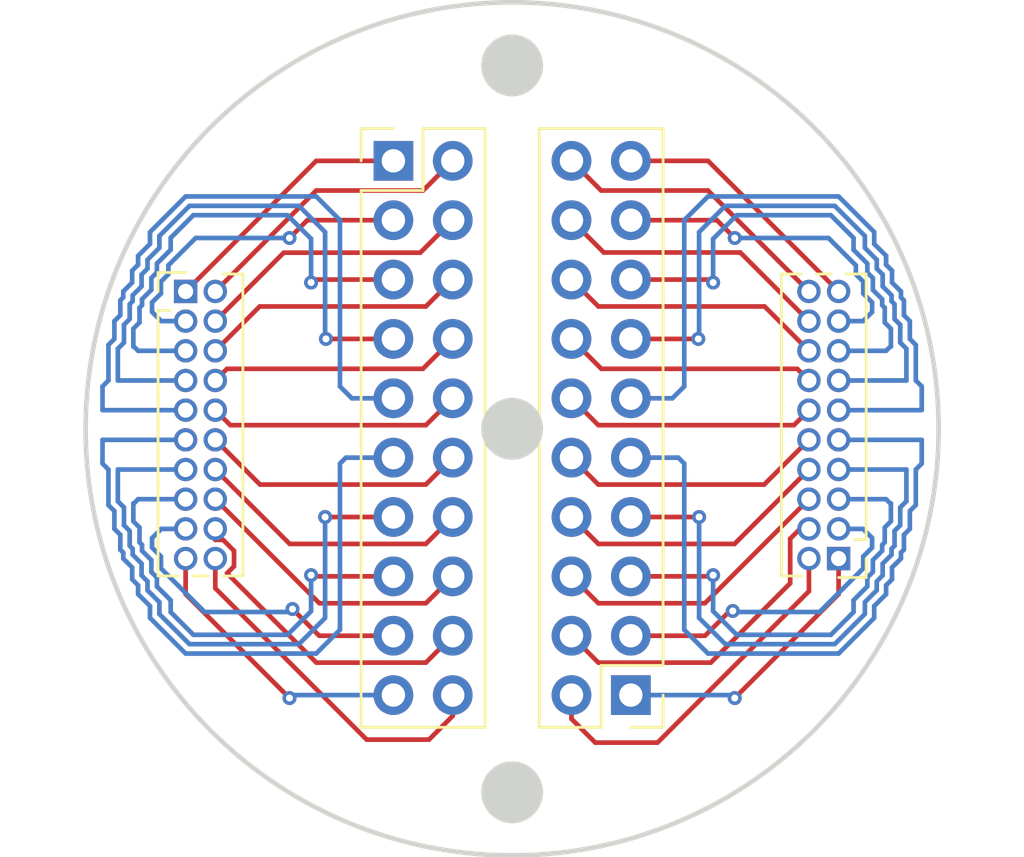
<source format=kicad_pcb>
(kicad_pcb (version 20241229) (generator "pcbnew") (generator_version "9.0")
  (layers (0 "F.Cu" signal) (2 "B.Cu" signal) (13 "F.Paste" user) (15 "B.Paste" user) (5 "F.SilkS" user "F.Silkscreen") (7 "B.SilkS" user "B.Silkscreen") (1 "F.Mask" user) (3 "B.Mask" user) (25 "Edge.Cuts" user))
  (net 0 "")
  (net 1 "Net-(J1-Pin_15)")
  (net 2 "Net-(J1-Pin_13)")
  (net 3 "Net-(J1-Pin_7)")
  (net 4 "Net-(J1-Pin_16)")
  (net 5 "Net-(J1-Pin_18)")
  (net 6 "Net-(J1-Pin_12)")
  (net 7 "Net-(J1-Pin_17)")
  (net 8 "Net-(J1-Pin_8)")
  (net 9 "Net-(J1-Pin_14)")
  (net 10 "Net-(J1-Pin_4)")
  (net 11 "Net-(J1-Pin_10)")
  (net 12 "Net-(J1-Pin_3)")
  (net 13 "Net-(J1-Pin_5)")
  (net 14 "Net-(J1-Pin_2)")
  (net 15 "Net-(J1-Pin_11)")
  (net 16 "Net-(J1-Pin_6)")
  (net 17 "Net-(J1-Pin_20)")
  (net 18 "Net-(J1-Pin_9)")
  (net 19 "Net-(J1-Pin_19)")
  (net 20 "Net-(J1-Pin_1)")
  (net 21 "Net-(J2-Pin_13)")
  (net 22 "Net-(J2-Pin_4)")
  (net 23 "Net-(J2-Pin_11)")
  (net 24 "Net-(J2-Pin_5)")
  (net 25 "Net-(J2-Pin_14)")
  (net 26 "Net-(J2-Pin_8)")
  (net 27 "Net-(J2-Pin_16)")
  (net 28 "Net-(J2-Pin_17)")
  (net 29 "Net-(J2-Pin_12)")
  (net 30 "Net-(J2-Pin_10)")
  (net 31 "Net-(J2-Pin_18)")
  (net 32 "Net-(J2-Pin_6)")
  (net 33 "Net-(J2-Pin_19)")
  (net 34 "Net-(J2-Pin_3)")
  (net 35 "Net-(J2-Pin_9)")
  (net 36 "Net-(J2-Pin_20)")
  (net 37 "Net-(J2-Pin_1)")
  (net 38 "Net-(J2-Pin_2)")
  (net 39 "Net-(J2-Pin_7)")
  (net 40 "Net-(J2-Pin_15)")
  (footprint "Connector_PinHeader_2.54mm:PinHeader_2x10_P2.54mm_Vertical" (layer "F.Cu") (at 118.11 93.472 180)
    (property "Reference" "J4" (hide yes))
    (property "Value" "Conn_02x10_Odd_Even")
    (fp_line (start 3.92 -1.38) (end 3.92 24.24) (stroke (width 0.12)) (layer "F.SilkS"))
    (fp_line (start 1.27 1.27) (end 1.27 -1.38) (stroke (width 0.12)) (layer "F.SilkS"))
    (fp_line (start 1.27 -1.38) (end 3.92 -1.38) (stroke (width 0.12)) (layer "F.SilkS"))
    (fp_line (start -1.38 24.24) (end 3.92 24.24) (stroke (width 0.12)) (layer "F.SilkS"))
    (fp_line (start -1.38 1.27) (end 1.27 1.27) (stroke (width 0.12)) (layer "F.SilkS"))
    (fp_line (start -1.38 1.27) (end -1.38 24.24) (stroke (width 0.12)) (layer "F.SilkS"))
    (fp_line (start -1.38 0) (end -1.38 -1.38) (stroke (width 0.12)) (layer "F.SilkS"))
    (fp_line (start -1.38 -1.38) (end 0 -1.38) (stroke (width 0.12)) (layer "F.SilkS"))
    (pad "1" thru_hole rect (at 0 0 180) (size 1.7 1.7) (drill 1) (layers "*.Cu" "*.Mask") (net 37 "Net-(J2-Pin_1)"))
    (pad "2" thru_hole circle (at 2.54 0 180) (size 1.7 1.7) (drill 1) (layers "*.Cu" "*.Mask") (net 38 "Net-(J2-Pin_2)"))
    (pad "3" thru_hole circle (at 0 2.54 180) (size 1.7 1.7) (drill 1) (layers "*.Cu" "*.Mask") (net 34 "Net-(J2-Pin_3)"))
    (pad "4" thru_hole circle (at 2.54 2.54 180) (size 1.7 1.7) (drill 1) (layers "*.Cu" "*.Mask") (net 22 "Net-(J2-Pin_4)"))
    (pad "5" thru_hole circle (at 0 5.08 180) (size 1.7 1.7) (drill 1) (layers "*.Cu" "*.Mask") (net 24 "Net-(J2-Pin_5)"))
    (pad "6" thru_hole circle (at 2.54 5.08 180) (size 1.7 1.7) (drill 1) (layers "*.Cu" "*.Mask") (net 32 "Net-(J2-Pin_6)"))
    (pad "7" thru_hole circle (at 0 7.62 180) (size 1.7 1.7) (drill 1) (layers "*.Cu" "*.Mask") (net 39 "Net-(J2-Pin_7)"))
    (pad "8" thru_hole circle (at 2.54 7.62 180) (size 1.7 1.7) (drill 1) (layers "*.Cu" "*.Mask") (net 26 "Net-(J2-Pin_8)"))
    (pad "9" thru_hole circle (at 0 10.16 180) (size 1.7 1.7) (drill 1) (layers "*.Cu" "*.Mask") (net 35 "Net-(J2-Pin_9)"))
    (pad "10" thru_hole circle (at 2.54 10.16 180) (size 1.7 1.7) (drill 1) (layers "*.Cu" "*.Mask") (net 30 "Net-(J2-Pin_10)"))
    (pad "11" thru_hole circle (at 0 12.7 180) (size 1.7 1.7) (drill 1) (layers "*.Cu" "*.Mask") (net 23 "Net-(J2-Pin_11)"))
    (pad "12" thru_hole circle (at 2.54 12.7 180) (size 1.7 1.7) (drill 1) (layers "*.Cu" "*.Mask") (net 29 "Net-(J2-Pin_12)"))
    (pad "13" thru_hole circle (at 0 15.24 180) (size 1.7 1.7) (drill 1) (layers "*.Cu" "*.Mask") (net 21 "Net-(J2-Pin_13)"))
    (pad "14" thru_hole circle (at 2.54 15.24 180) (size 1.7 1.7) (drill 1) (layers "*.Cu" "*.Mask") (net 25 "Net-(J2-Pin_14)"))
    (pad "15" thru_hole circle (at 0 17.78 180) (size 1.7 1.7) (drill 1) (layers "*.Cu" "*.Mask") (net 40 "Net-(J2-Pin_15)"))
    (pad "16" thru_hole circle (at 2.54 17.78 180) (size 1.7 1.7) (drill 1) (layers "*.Cu" "*.Mask") (net 27 "Net-(J2-Pin_16)"))
    (pad "17" thru_hole circle (at 0 20.32 180) (size 1.7 1.7) (drill 1) (layers "*.Cu" "*.Mask") (net 28 "Net-(J2-Pin_17)"))
    (pad "18" thru_hole circle (at 2.54 20.32 180) (size 1.7 1.7) (drill 1) (layers "*.Cu" "*.Mask") (net 31 "Net-(J2-Pin_18)"))
    (pad "19" thru_hole circle (at 0 22.86 180) (size 1.7 1.7) (drill 1) (layers "*.Cu" "*.Mask") (net 33 "Net-(J2-Pin_19)"))
    (pad "20" thru_hole circle (at 2.54 22.86 180) (size 1.7 1.7) (drill 1) (layers "*.Cu" "*.Mask") (net 36 "Net-(J2-Pin_20)"))
  )
  (footprint "Connector_PinHeader_1.27mm:PinHeader_2x10_P1.27mm_Vertical" (layer "F.Cu") (at 127 87.63 180)
    (property "Reference" "J2" (hide yes))
    (property "Value" "Conn_02x10_Odd_Even")
    (fp_line (start 2.45 -0.745) (end 2.45 12.175) (stroke (width 0.12)) (layer "F.SilkS"))
    (fp_line (start 1.587923 12.175) (end 2.45 12.175) (stroke (width 0.12)) (layer "F.SilkS"))
    (fp_line (start 1.587923 -0.745) (end 2.45 -0.745) (stroke (width 0.12)) (layer "F.SilkS"))
    (fp_line (start 0.317923 12.175) (end 0.952077 12.175) (stroke (width 0.12)) (layer "F.SilkS"))
    (fp_line (start -1.18 12.175) (end -0.317923 12.175) (stroke (width 0.12)) (layer "F.SilkS"))
    (fp_line (start -1.18 0.81) (end -0.666708 0.81) (stroke (width 0.12)) (layer "F.SilkS"))
    (fp_line (start -1.18 0.81) (end -1.18 12.175) (stroke (width 0.12)) (layer "F.SilkS"))
    (fp_line (start -1.18 0) (end -1.18 -0.81) (stroke (width 0.12)) (layer "F.SilkS"))
    (fp_line (start -1.18 -0.81) (end 0 -0.81) (stroke (width 0.12)) (layer "F.SilkS"))
    (pad "1" thru_hole rect (at 0 0 180) (size 1 1) (drill 0.65) (layers "*.Cu" "*.Mask") (net 37 "Net-(J2-Pin_1)"))
    (pad "2" thru_hole circle (at 1.27 0 180) (size 1 1) (drill 0.65) (layers "*.Cu" "*.Mask") (net 38 "Net-(J2-Pin_2)"))
    (pad "3" thru_hole circle (at 0 1.27 180) (size 1 1) (drill 0.65) (layers "*.Cu" "*.Mask") (net 34 "Net-(J2-Pin_3)"))
    (pad "4" thru_hole circle (at 1.27 1.27 180) (size 1 1) (drill 0.65) (layers "*.Cu" "*.Mask") (net 22 "Net-(J2-Pin_4)"))
    (pad "5" thru_hole circle (at 0 2.54 180) (size 1 1) (drill 0.65) (layers "*.Cu" "*.Mask") (net 24 "Net-(J2-Pin_5)"))
    (pad "6" thru_hole circle (at 1.27 2.54 180) (size 1 1) (drill 0.65) (layers "*.Cu" "*.Mask") (net 32 "Net-(J2-Pin_6)"))
    (pad "7" thru_hole circle (at 0 3.81 180) (size 1 1) (drill 0.65) (layers "*.Cu" "*.Mask") (net 39 "Net-(J2-Pin_7)"))
    (pad "8" thru_hole circle (at 1.27 3.81 180) (size 1 1) (drill 0.65) (layers "*.Cu" "*.Mask") (net 26 "Net-(J2-Pin_8)"))
    (pad "9" thru_hole circle (at 0 5.08 180) (size 1 1) (drill 0.65) (layers "*.Cu" "*.Mask") (net 35 "Net-(J2-Pin_9)"))
    (pad "10" thru_hole circle (at 1.27 5.08 180) (size 1 1) (drill 0.65) (layers "*.Cu" "*.Mask") (net 30 "Net-(J2-Pin_10)"))
    (pad "11" thru_hole circle (at 0 6.35 180) (size 1 1) (drill 0.65) (layers "*.Cu" "*.Mask") (net 23 "Net-(J2-Pin_11)"))
    (pad "12" thru_hole circle (at 1.27 6.35 180) (size 1 1) (drill 0.65) (layers "*.Cu" "*.Mask") (net 29 "Net-(J2-Pin_12)"))
    (pad "13" thru_hole circle (at 0 7.62 180) (size 1 1) (drill 0.65) (layers "*.Cu" "*.Mask") (net 21 "Net-(J2-Pin_13)"))
    (pad "14" thru_hole circle (at 1.27 7.62 180) (size 1 1) (drill 0.65) (layers "*.Cu" "*.Mask") (net 25 "Net-(J2-Pin_14)"))
    (pad "15" thru_hole circle (at 0 8.89 180) (size 1 1) (drill 0.65) (layers "*.Cu" "*.Mask") (net 40 "Net-(J2-Pin_15)"))
    (pad "16" thru_hole circle (at 1.27 8.89 180) (size 1 1) (drill 0.65) (layers "*.Cu" "*.Mask") (net 27 "Net-(J2-Pin_16)"))
    (pad "17" thru_hole circle (at 0 10.16 180) (size 1 1) (drill 0.65) (layers "*.Cu" "*.Mask") (net 28 "Net-(J2-Pin_17)"))
    (pad "18" thru_hole circle (at 1.27 10.16 180) (size 1 1) (drill 0.65) (layers "*.Cu" "*.Mask") (net 31 "Net-(J2-Pin_18)"))
    (pad "19" thru_hole circle (at 0 11.43 180) (size 1 1) (drill 0.65) (layers "*.Cu" "*.Mask") (net 33 "Net-(J2-Pin_19)"))
    (pad "20" thru_hole circle (at 1.27 11.43 180) (size 1 1) (drill 0.65) (layers "*.Cu" "*.Mask") (net 36 "Net-(J2-Pin_20)"))
  )
  (footprint "Connector_PinHeader_2.54mm:PinHeader_2x10_P2.54mm_Vertical" (layer "F.Cu") (at 107.95 70.612)
    (property "Reference" "J3" (hide yes))
    (property "Value" "Conn_02x10_Odd_Even")
    (fp_line (start -1.38 -1.38) (end 0 -1.38) (stroke (width 0.12)) (layer "F.SilkS"))
    (fp_line (start -1.38 0) (end -1.38 -1.38) (stroke (width 0.12)) (layer "F.SilkS"))
    (fp_line (start -1.38 1.27) (end -1.38 24.24) (stroke (width 0.12)) (layer "F.SilkS"))
    (fp_line (start -1.38 1.27) (end 1.27 1.27) (stroke (width 0.12)) (layer "F.SilkS"))
    (fp_line (start -1.38 24.24) (end 3.92 24.24) (stroke (width 0.12)) (layer "F.SilkS"))
    (fp_line (start 1.27 -1.38) (end 3.92 -1.38) (stroke (width 0.12)) (layer "F.SilkS"))
    (fp_line (start 1.27 1.27) (end 1.27 -1.38) (stroke (width 0.12)) (layer "F.SilkS"))
    (fp_line (start 3.92 -1.38) (end 3.92 24.24) (stroke (width 0.12)) (layer "F.SilkS"))
    (pad "1" thru_hole rect (at 0 0) (size 1.7 1.7) (drill 1) (layers "*.Cu" "*.Mask") (net 20 "Net-(J1-Pin_1)"))
    (pad "2" thru_hole circle (at 2.54 0) (size 1.7 1.7) (drill 1) (layers "*.Cu" "*.Mask") (net 14 "Net-(J1-Pin_2)"))
    (pad "3" thru_hole circle (at 0 2.54) (size 1.7 1.7) (drill 1) (layers "*.Cu" "*.Mask") (net 12 "Net-(J1-Pin_3)"))
    (pad "4" thru_hole circle (at 2.54 2.54) (size 1.7 1.7) (drill 1) (layers "*.Cu" "*.Mask") (net 10 "Net-(J1-Pin_4)"))
    (pad "5" thru_hole circle (at 0 5.08) (size 1.7 1.7) (drill 1) (layers "*.Cu" "*.Mask") (net 13 "Net-(J1-Pin_5)"))
    (pad "6" thru_hole circle (at 2.54 5.08) (size 1.7 1.7) (drill 1) (layers "*.Cu" "*.Mask") (net 16 "Net-(J1-Pin_6)"))
    (pad "7" thru_hole circle (at 0 7.62) (size 1.7 1.7) (drill 1) (layers "*.Cu" "*.Mask") (net 3 "Net-(J1-Pin_7)"))
    (pad "8" thru_hole circle (at 2.54 7.62) (size 1.7 1.7) (drill 1) (layers "*.Cu" "*.Mask") (net 8 "Net-(J1-Pin_8)"))
    (pad "9" thru_hole circle (at 0 10.16) (size 1.7 1.7) (drill 1) (layers "*.Cu" "*.Mask") (net 18 "Net-(J1-Pin_9)"))
    (pad "10" thru_hole circle (at 2.54 10.16) (size 1.7 1.7) (drill 1) (layers "*.Cu" "*.Mask") (net 11 "Net-(J1-Pin_10)"))
    (pad "11" thru_hole circle (at 0 12.7) (size 1.7 1.7) (drill 1) (layers "*.Cu" "*.Mask") (net 15 "Net-(J1-Pin_11)"))
    (pad "12" thru_hole circle (at 2.54 12.7) (size 1.7 1.7) (drill 1) (layers "*.Cu" "*.Mask") (net 6 "Net-(J1-Pin_12)"))
    (pad "13" thru_hole circle (at 0 15.24) (size 1.7 1.7) (drill 1) (layers "*.Cu" "*.Mask") (net 2 "Net-(J1-Pin_13)"))
    (pad "14" thru_hole circle (at 2.54 15.24) (size 1.7 1.7) (drill 1) (layers "*.Cu" "*.Mask") (net 9 "Net-(J1-Pin_14)"))
    (pad "15" thru_hole circle (at 0 17.78) (size 1.7 1.7) (drill 1) (layers "*.Cu" "*.Mask") (net 1 "Net-(J1-Pin_15)"))
    (pad "16" thru_hole circle (at 2.54 17.78) (size 1.7 1.7) (drill 1) (layers "*.Cu" "*.Mask") (net 4 "Net-(J1-Pin_16)"))
    (pad "17" thru_hole circle (at 0 20.32) (size 1.7 1.7) (drill 1) (layers "*.Cu" "*.Mask") (net 7 "Net-(J1-Pin_17)"))
    (pad "18" thru_hole circle (at 2.54 20.32) (size 1.7 1.7) (drill 1) (layers "*.Cu" "*.Mask") (net 5 "Net-(J1-Pin_18)"))
    (pad "19" thru_hole circle (at 0 22.86) (size 1.7 1.7) (drill 1) (layers "*.Cu" "*.Mask") (net 19 "Net-(J1-Pin_19)"))
    (pad "20" thru_hole circle (at 2.54 22.86) (size 1.7 1.7) (drill 1) (layers "*.Cu" "*.Mask") (net 17 "Net-(J1-Pin_20)"))
  )
  (footprint "Connector_PinHeader_1.27mm:PinHeader_2x10_P1.27mm_Vertical" (layer "F.Cu") (at 99.06 76.2)
    (property "Reference" "J1" (hide yes))
    (property "Value" "Conn_02x10_Odd_Even")
    (fp_line (start -1.18 -0.81) (end 0 -0.81) (stroke (width 0.12)) (layer "F.SilkS"))
    (fp_line (start -1.18 0) (end -1.18 -0.81) (stroke (width 0.12)) (layer "F.SilkS"))
    (fp_line (start -1.18 0.81) (end -1.18 12.175) (stroke (width 0.12)) (layer "F.SilkS"))
    (fp_line (start -1.18 0.81) (end -0.666708 0.81) (stroke (width 0.12)) (layer "F.SilkS"))
    (fp_line (start -1.18 12.175) (end -0.317923 12.175) (stroke (width 0.12)) (layer "F.SilkS"))
    (fp_line (start 0.317923 12.175) (end 0.952077 12.175) (stroke (width 0.12)) (layer "F.SilkS"))
    (fp_line (start 1.587923 -0.745) (end 2.45 -0.745) (stroke (width 0.12)) (layer "F.SilkS"))
    (fp_line (start 1.587923 12.175) (end 2.45 12.175) (stroke (width 0.12)) (layer "F.SilkS"))
    (fp_line (start 2.45 -0.745) (end 2.45 12.175) (stroke (width 0.12)) (layer "F.SilkS"))
    (pad "1" thru_hole rect (at 0 0) (size 1 1) (drill 0.65) (layers "*.Cu" "*.Mask") (net 20 "Net-(J1-Pin_1)"))
    (pad "2" thru_hole circle (at 1.27 0) (size 1 1) (drill 0.65) (layers "*.Cu" "*.Mask") (net 14 "Net-(J1-Pin_2)"))
    (pad "3" thru_hole circle (at 0 1.27) (size 1 1) (drill 0.65) (layers "*.Cu" "*.Mask") (net 12 "Net-(J1-Pin_3)"))
    (pad "4" thru_hole circle (at 1.27 1.27) (size 1 1) (drill 0.65) (layers "*.Cu" "*.Mask") (net 10 "Net-(J1-Pin_4)"))
    (pad "5" thru_hole circle (at 0 2.54) (size 1 1) (drill 0.65) (layers "*.Cu" "*.Mask") (net 13 "Net-(J1-Pin_5)"))
    (pad "6" thru_hole circle (at 1.27 2.54) (size 1 1) (drill 0.65) (layers "*.Cu" "*.Mask") (net 16 "Net-(J1-Pin_6)"))
    (pad "7" thru_hole circle (at 0 3.81) (size 1 1) (drill 0.65) (layers "*.Cu" "*.Mask") (net 3 "Net-(J1-Pin_7)"))
    (pad "8" thru_hole circle (at 1.27 3.81) (size 1 1) (drill 0.65) (layers "*.Cu" "*.Mask") (net 8 "Net-(J1-Pin_8)"))
    (pad "9" thru_hole circle (at 0 5.08) (size 1 1) (drill 0.65) (layers "*.Cu" "*.Mask") (net 18 "Net-(J1-Pin_9)"))
    (pad "10" thru_hole circle (at 1.27 5.08) (size 1 1) (drill 0.65) (layers "*.Cu" "*.Mask") (net 11 "Net-(J1-Pin_10)"))
    (pad "11" thru_hole circle (at 0 6.35) (size 1 1) (drill 0.65) (layers "*.Cu" "*.Mask") (net 15 "Net-(J1-Pin_11)"))
    (pad "12" thru_hole circle (at 1.27 6.35) (size 1 1) (drill 0.65) (layers "*.Cu" "*.Mask") (net 6 "Net-(J1-Pin_12)"))
    (pad "13" thru_hole circle (at 0 7.62) (size 1 1) (drill 0.65) (layers "*.Cu" "*.Mask") (net 2 "Net-(J1-Pin_13)"))
    (pad "14" thru_hole circle (at 1.27 7.62) (size 1 1) (drill 0.65) (layers "*.Cu" "*.Mask") (net 9 "Net-(J1-Pin_14)"))
    (pad "15" thru_hole circle (at 0 8.89) (size 1 1) (drill 0.65) (layers "*.Cu" "*.Mask") (net 1 "Net-(J1-Pin_15)"))
    (pad "16" thru_hole circle (at 1.27 8.89) (size 1 1) (drill 0.65) (layers "*.Cu" "*.Mask") (net 4 "Net-(J1-Pin_16)"))
    (pad "17" thru_hole circle (at 0 10.16) (size 1 1) (drill 0.65) (layers "*.Cu" "*.Mask") (net 7 "Net-(J1-Pin_17)"))
    (pad "18" thru_hole circle (at 1.27 10.16) (size 1 1) (drill 0.65) (layers "*.Cu" "*.Mask") (net 5 "Net-(J1-Pin_18)"))
    (pad "19" thru_hole circle (at 0 11.43) (size 1 1) (drill 0.65) (layers "*.Cu" "*.Mask") (net 19 "Net-(J1-Pin_19)"))
    (pad "20" thru_hole circle (at 1.27 11.43) (size 1 1) (drill 0.65) (layers "*.Cu" "*.Mask") (net 17 "Net-(J1-Pin_20)"))
  )
  (gr_circle (center 113.03 97.63) (end 114.33 97.63) (stroke (width 0.05)) (fill yes) (layer "Edge.Cuts"))
  (gr_circle (center 113.03 66.53) (end 114.33 66.53) (stroke (width 0.05)) (fill yes) (layer "Edge.Cuts"))
  (gr_circle (center 113.03 82.08) (end 114.33 82.08) (stroke (width 0.05)) (fill yes) (layer "Edge.Cuts"))
  (gr_circle (center 113.03 82.08) (end 131.28 82.08) (stroke (width 0.2)) (fill no) (layer "Edge.Cuts"))
  (segment (start 104.480528 88.392) (end 107.95 88.392) (width 0.2) (layer "F.Cu") (net 1))
  (segment (start 104.429 88.340472) (end 104.480528 88.392) (width 0.2) (layer "F.Cu") (net 1))
  (via (at 104.429 88.340472) (size 0.6) (drill 0.3) (layers "F.Cu" "B.Cu") (net 1))
  (segment (start 96.82355 86.03735) (end 96.82355 85.26655) (width 0.2) (layer "B.Cu") (net 1))
  (segment (start 97.0871 86.3009) (end 96.82355 86.03735) (width 0.2) (layer "B.Cu") (net 1))
  (segment (start 96.82355 85.26655) (end 96.8375 85.2805) (width 0.2) (layer "B.Cu") (net 1))
  (segment (start 98.4206 89.9204) (end 98.4206 89.4124) (width 0.2) (layer "B.Cu") (net 1))
  (segment (start 97.195 87.0438) (end 97.0871 86.9359) (width 0.2) (layer "B.Cu") (net 1))
  (segment (start 97.5951 88.2059) (end 97.5951 87.6979) (width 0.2) (layer "B.Cu") (net 1))
  (segment (start 98.4206 89.4124) (end 97.83 88.8218) (width 0.2) (layer "B.Cu") (net 1))
  (segment (start 97.0871 86.9359) (end 97.0871 86.3009) (width 0.2) (layer "B.Cu") (net 1))
  (segment (start 97.83 88.8218) (end 97.83 88.4408) (width 0.2) (layer "B.Cu") (net 1))
  (segment (start 97.195 87.2978) (end 97.195 87.0438) (width 0.2) (layer "B.Cu") (net 1))
  (segment (start 104.429 88.340472) (end 104.429 89.881) (width 0.2) (layer "B.Cu") (net 1))
  (segment (start 97.5951 87.6979) (end 97.195 87.2978) (width 0.2) (layer "B.Cu") (net 1))
  (segment (start 97.83 88.4408) (end 97.5951 88.2059) (width 0.2) (layer "B.Cu") (net 1))
  (segment (start 104.429 89.881) (end 103.418 90.892) (width 0.2) (layer "B.Cu") (net 1))
  (segment (start 96.8375 85.2805) (end 97.028 85.09) (width 0.2) (layer "B.Cu") (net 1))
  (segment (start 97.028 85.09) (end 99.06 85.09) (width 0.2) (layer "B.Cu") (net 1))
  (segment (start 103.418 90.892) (end 99.3922 90.892) (width 0.2) (layer "B.Cu") (net 1))
  (segment (start 99.3922 90.892) (end 98.4206 89.9204) (width 0.2) (layer "B.Cu") (net 1))
  (segment (start 105.029 85.852) (end 107.95 85.852) (width 0.2) (layer "F.Cu") (net 2))
  (via (at 105.029 85.852) (size 0.6) (drill 0.3) (layers "F.Cu" "B.Cu") (net 2))
  (segment (start 96.42255 86.20345) (end 96.42255 85.44145) (width 0.2) (layer "B.Cu") (net 2))
  (segment (start 97.937 89.4959) (end 97.429 88.9879) (width 0.2) (layer "B.Cu") (net 2))
  (segment (start 97.937 90.0039) (end 97.937 89.4959) (width 0.2) (layer "B.Cu") (net 2))
  (segment (start 97.175 87.8449) (end 96.794 87.4639) (width 0.2) (layer "B.Cu") (net 2))
  (segment (start 97.429 88.6069) (end 97.175 88.3529) (width 0.2) (layer "B.Cu") (net 2))
  (segment (start 103.906 91.293) (end 99.2261 91.293) (width 0.2) (layer "B.Cu") (net 2))
  (segment (start 96.794 87.4639) (end 96.794 87.2099) (width 0.2) (layer "B.Cu") (net 2))
  (segment (start 105.029 85.852) (end 105.029 90.17) (width 0.2) (layer "B.Cu") (net 2))
  (segment (start 96.159 85.1779) (end 96.159 83.82) (width 0.2) (layer "B.Cu") (net 2))
  (segment (start 96.42255 85.44145) (end 96.159 85.1779) (width 0.2) (layer "B.Cu") (net 2))
  (segment (start 96.667 86.4479) (end 96.42255 86.20345) (width 0.2) (layer "B.Cu") (net 2))
  (segment (start 96.794 87.2099) (end 96.667 87.0829) (width 0.2) (layer "B.Cu") (net 2))
  (segment (start 96.159 83.82) (end 99.06 83.82) (width 0.2) (layer "B.Cu") (net 2))
  (segment (start 96.667 87.0829) (end 96.667 86.4479) (width 0.2) (layer "B.Cu") (net 2))
  (segment (start 99.2261 91.293) (end 97.937 90.0039) (width 0.2) (layer "B.Cu") (net 2))
  (segment (start 97.429 88.9879) (end 97.429 88.6069) (width 0.2) (layer "B.Cu") (net 2))
  (segment (start 97.175 88.3529) (end 97.175 87.8449) (width 0.2) (layer "B.Cu") (net 2))
  (segment (start 105.029 90.17) (end 103.906 91.293) (width 0.2) (layer "B.Cu") (net 2))
  (segment (start 105.064 78.232) (end 107.95 78.232) (width 0.2) (layer "F.Cu") (net 3))
  (via (at 105.064 78.232) (size 0.6) (drill 0.3) (layers "F.Cu" "B.Cu") (net 3))
  (segment (start 96.667 77.3821) (end 96.42255 77.62655) (width 0.2) (layer "B.Cu") (net 3))
  (segment (start 97.937 74.3341) (end 97.429 74.8421) (width 0.2) (layer "B.Cu") (net 3))
  (segment (start 105.064 78.013) (end 105.029 77.978) (width 0.2) (layer "B.Cu") (net 3))
  (segment (start 97.429 75.2231) (end 97.175 75.4771) (width 0.2) (layer "B.Cu") (net 3))
  (segment (start 97.937 73.8261) (end 97.937 74.3341) (width 0.2) (layer "B.Cu") (net 3))
  (segment (start 99.2261 72.537) (end 97.937 73.8261) (width 0.2) (layer "B.Cu") (net 3))
  (segment (start 96.667 76.7471) (end 96.667 77.3821) (width 0.2) (layer "B.Cu") (net 3))
  (segment (start 96.159 78.6521) (end 96.159 80.01) (width 0.2) (layer "B.Cu") (net 3))
  (segment (start 97.429 74.8421) (end 97.429 75.2231) (width 0.2) (layer "B.Cu") (net 3))
  (segment (start 96.794 76.6201) (end 96.667 76.7471) (width 0.2) (layer "B.Cu") (net 3))
  (segment (start 103.906 72.537) (end 99.2261 72.537) (width 0.2) (layer "B.Cu") (net 3))
  (segment (start 105.064 78.232) (end 105.064 78.013) (width 0.2) (layer "B.Cu") (net 3))
  (segment (start 96.794 76.3661) (end 96.794 76.6201) (width 0.2) (layer "B.Cu") (net 3))
  (segment (start 96.42255 78.38855) (end 96.159 78.6521) (width 0.2) (layer "B.Cu") (net 3))
  (segment (start 96.42255 77.62655) (end 96.42255 78.38855) (width 0.2) (layer "B.Cu") (net 3))
  (segment (start 105.029 77.978) (end 105.029 73.66) (width 0.2) (layer "B.Cu") (net 3))
  (segment (start 97.175 75.4771) (end 97.175 75.9851) (width 0.2) (layer "B.Cu") (net 3))
  (segment (start 96.159 80.01) (end 99.06 80.01) (width 0.2) (layer "B.Cu") (net 3))
  (segment (start 97.175 75.9851) (end 96.794 76.3661) (width 0.2) (layer "B.Cu") (net 3))
  (segment (start 105.029 73.66) (end 103.906 72.537) (width 0.2) (layer "B.Cu") (net 3))
  (segment (start 100.33 85.09) (end 104.783 89.543) (width 0.2) (layer "F.Cu") (net 4))
  (segment (start 104.783 89.543) (end 109.339 89.543) (width 0.2) (layer "F.Cu") (net 4))
  (segment (start 109.339 89.543) (end 110.49 88.392) (width 0.2) (layer "F.Cu") (net 4))
  (segment (start 100.661786 86.829) (end 101.131 87.298214) (width 0.2) (layer "F.Cu") (net 5))
  (segment (start 109.339 92.083) (end 110.49 90.932) (width 0.2) (layer "F.Cu") (net 5))
  (segment (start 100.832893 88.259893) (end 104.656 92.083) (width 0.2) (layer "F.Cu") (net 5))
  (segment (start 104.656 92.083) (end 109.339 92.083) (width 0.2) (layer "F.Cu") (net 5))
  (segment (start 101.131 87.961786) (end 100.832893 88.259893) (width 0.2) (layer "F.Cu") (net 5))
  (segment (start 100.33 86.829) (end 100.661786 86.829) (width 0.2) (layer "F.Cu") (net 5))
  (segment (start 100.33 86.36) (end 100.33 86.829) (width 0.2) (layer "F.Cu") (net 5))
  (segment (start 101.131 87.298214) (end 101.131 87.961786) (width 0.2) (layer "F.Cu") (net 5))
  (segment (start 100.33 82.55) (end 102.243 84.463) (width 0.2) (layer "F.Cu") (net 6))
  (segment (start 109.339 84.463) (end 110.49 83.312) (width 0.2) (layer "F.Cu") (net 6))
  (segment (start 102.243 84.463) (end 109.339 84.463) (width 0.2) (layer "F.Cu") (net 6))
  (segment (start 104.775 90.932) (end 107.95 90.932) (width 0.2) (layer "F.Cu") (net 7))
  (segment (start 103.632 89.789) (end 104.775 90.932) (width 0.2) (layer "F.Cu") (net 7))
  (via (at 103.632 89.789) (size 0.6) (drill 0.3) (layers "F.Cu" "B.Cu") (net 7))
  (segment (start 98.00565 87.54135) (end 97.62465 87.16035) (width 0.2) (layer "B.Cu") (net 7))
  (segment (start 99.8723 89.916) (end 98.00565 88.04935) (width 0.2) (layer "B.Cu") (net 7))
  (segment (start 98.00565 88.04935) (end 98.00565 87.54135) (width 0.2) (layer "B.Cu") (net 7))
  (segment (start 103.505 89.916) (end 99.8723 89.916) (width 0.2) (layer "B.Cu") (net 7))
  (segment (start 103.632 89.789) (end 103.505 89.916) (width 0.2) (layer "B.Cu") (net 7))
  (segment (start 97.62465 86.75055) (end 98.0152 86.36) (width 0.2) (layer "B.Cu") (net 7))
  (segment (start 97.62465 87.16035) (end 97.62465 86.75055) (width 0.2) (layer "B.Cu") (net 7))
  (segment (start 98.0152 86.36) (end 99.06 86.36) (width 0.2) (layer "B.Cu") (net 7))
  (segment (start 109.211999 79.510001) (end 110.49 78.232) (width 0.2) (layer "F.Cu") (net 8))
  (segment (start 100.33 80.01) (end 100.829999 79.510001) (width 0.2) (layer "F.Cu") (net 8))
  (segment (start 100.829999 79.510001) (end 109.211999 79.510001) (width 0.2) (layer "F.Cu") (net 8))
  (segment (start 103.513 87.003) (end 109.339 87.003) (width 0.2) (layer "F.Cu") (net 9))
  (segment (start 100.33 83.82) (end 103.513 87.003) (width 0.2) (layer "F.Cu") (net 9))
  (segment (start 109.339 87.003) (end 110.49 85.852) (width 0.2) (layer "F.Cu") (net 9))
  (segment (start 100.33 77.47) (end 103.259 74.541) (width 0.2) (layer "F.Cu") (net 10))
  (segment (start 103.259 74.541) (end 109.101 74.541) (width 0.2) (layer "F.Cu") (net 10))
  (segment (start 109.101 74.541) (end 110.49 73.152) (width 0.2) (layer "F.Cu") (net 10))
  (segment (start 100.33 81.28) (end 100.973 81.923) (width 0.2) (layer "F.Cu") (net 11))
  (segment (start 109.339 81.923) (end 110.49 80.772) (width 0.2) (layer "F.Cu") (net 11))
  (segment (start 100.973 81.923) (end 109.339 81.923) (width 0.2) (layer "F.Cu") (net 11))
  (segment (start 103.505 73.914) (end 104.267 73.152) (width 0.2) (layer "F.Cu") (net 12))
  (segment (start 104.267 73.152) (end 107.95 73.152) (width 0.2) (layer "F.Cu") (net 12))
  (via (at 103.505 73.914) (size 0.6) (drill 0.3) (layers "F.Cu" "B.Cu") (net 12))
  (segment (start 98.00565 76.28865) (end 98.00565 75.78065) (width 0.2) (layer "B.Cu") (net 12))
  (segment (start 99.4913 73.914) (end 103.505 73.914) (width 0.2) (layer "B.Cu") (net 12))
  (segment (start 97.62465 77.07945) (end 97.62465 76.66965) (width 0.2) (layer "B.Cu") (net 12))
  (segment (start 97.62465 76.66965) (end 98.00565 76.28865) (width 0.2) (layer "B.Cu") (net 12))
  (segment (start 98.0152 77.47) (end 97.62465 77.07945) (width 0.2) (layer "B.Cu") (net 12))
  (segment (start 98.32315 75.46315) (end 98.32315 75.08215) (width 0.2) (layer "B.Cu") (net 12))
  (segment (start 99.06 77.47) (end 98.0152 77.47) (width 0.2) (layer "B.Cu") (net 12))
  (segment (start 103.505 73.914) (end 103.632 73.914) (width 0.2) (layer "B.Cu") (net 12))
  (segment (start 98.00565 75.78065) (end 98.32315 75.46315) (width 0.2) (layer "B.Cu") (net 12))
  (segment (start 98.32315 75.08215) (end 99.4913 73.914) (width 0.2) (layer "B.Cu") (net 12))
  (segment (start 104.429 75.819) (end 104.556 75.692) (width 0.2) (layer "F.Cu") (net 13))
  (segment (start 104.556 75.692) (end 107.95 75.692) (width 0.2) (layer "F.Cu") (net 13))
  (via (at 104.429 75.819) (size 0.6) (drill 0.3) (layers "F.Cu" "B.Cu") (net 13))
  (segment (start 104.429 73.949) (end 103.418 72.938) (width 0.2) (layer "B.Cu") (net 13))
  (segment (start 98.4206 74.4176) (end 97.83 75.0082) (width 0.2) (layer "B.Cu") (net 13))
  (segment (start 97.5951 75.6241) (end 97.5951 76.1321) (width 0.2) (layer "B.Cu") (net 13))
  (segment (start 97.195 76.7862) (end 97.0871 76.8941) (width 0.2) (layer "B.Cu") (net 13))
  (segment (start 99.3922 72.938) (end 98.4206 73.9096) (width 0.2) (layer "B.Cu") (net 13))
  (segment (start 97.0871 77.5291) (end 96.82355 77.79265) (width 0.2) (layer "B.Cu") (net 13))
  (segment (start 96.82355 78.56345) (end 96.8375 78.5495) (width 0.2) (layer "B.Cu") (net 13))
  (segment (start 98.4206 73.9096) (end 98.4206 74.4176) (width 0.2) (layer "B.Cu") (net 13))
  (segment (start 97.5951 76.1321) (end 97.195 76.5322) (width 0.2) (layer "B.Cu") (net 13))
  (segment (start 97.195 76.5322) (end 97.195 76.7862) (width 0.2) (layer "B.Cu") (net 13))
  (segment (start 97.0871 76.8941) (end 97.0871 77.5291) (width 0.2) (layer "B.Cu") (net 13))
  (segment (start 97.028 78.74) (end 99.06 78.74) (width 0.2) (layer "B.Cu") (net 13))
  (segment (start 96.8375 78.5495) (end 97.028 78.74) (width 0.2) (layer "B.Cu") (net 13))
  (segment (start 96.82355 77.79265) (end 96.82355 78.56345) (width 0.2) (layer "B.Cu") (net 13))
  (segment (start 97.83 75.0082) (end 97.83 75.3892) (width 0.2) (layer "B.Cu") (net 13))
  (segment (start 97.83 75.3892) (end 97.5951 75.6241) (width 0.2) (layer "B.Cu") (net 13))
  (segment (start 103.418 72.938) (end 99.3922 72.938) (width 0.2) (layer "B.Cu") (net 13))
  (segment (start 104.429 75.819) (end 104.429 73.949) (width 0.2) (layer "B.Cu") (net 13))
  (segment (start 104.648 71.882) (end 109.22 71.882) (width 0.2) (layer "F.Cu") (net 14))
  (segment (start 100.33 76.2) (end 104.648 71.882) (width 0.2) (layer "F.Cu") (net 14))
  (segment (start 109.22 71.882) (end 110.49 70.612) (width 0.2) (layer "F.Cu") (net 14))
  (segment (start 99.06 91.694) (end 97.536 90.17) (width 0.2) (layer "B.Cu") (net 15))
  (segment (start 96.774 88.011) (end 96.393 87.63) (width 0.2) (layer "B.Cu") (net 15))
  (segment (start 105.664 90.678) (end 104.648 91.694) (width 0.2) (layer "B.Cu") (net 15))
  (segment (start 107.95 83.312) (end 105.918 83.312) (width 0.2) (layer "B.Cu") (net 15))
  (segment (start 95.758 85.344) (end 95.758 83.82) (width 0.2) (layer "B.Cu") (net 15))
  (segment (start 105.918 83.312) (end 105.664 83.566) (width 0.2) (layer "B.Cu") (net 15))
  (segment (start 96.012 86.36) (end 96.012 85.598) (width 0.2) (layer "B.Cu") (net 15))
  (segment (start 97.536 90.17) (end 97.536 89.662) (width 0.2) (layer "B.Cu") (net 15))
  (segment (start 95.504 83.566) (end 95.504 82.55) (width 0.2) (layer "B.Cu") (net 15))
  (segment (start 97.536 89.662) (end 97.028 89.154) (width 0.2) (layer "B.Cu") (net 15))
  (segment (start 96.774 88.519) (end 96.774 88.011) (width 0.2) (layer "B.Cu") (net 15))
  (segment (start 97.028 88.773) (end 96.774 88.519) (width 0.2) (layer "B.Cu") (net 15))
  (segment (start 96.266 87.249) (end 96.266 86.614) (width 0.2) (layer "B.Cu") (net 15))
  (segment (start 105.664 83.566) (end 105.664 90.678) (width 0.2) (layer "B.Cu") (net 15))
  (segment (start 96.266 86.614) (end 96.012 86.36) (width 0.2) (layer "B.Cu") (net 15))
  (segment (start 96.393 87.376) (end 96.266 87.249) (width 0.2) (layer "B.Cu") (net 15))
  (segment (start 96.393 87.63) (end 96.393 87.376) (width 0.2) (layer "B.Cu") (net 15))
  (segment (start 95.504 82.55) (end 99.06 82.55) (width 0.2) (layer "B.Cu") (net 15))
  (segment (start 97.028 89.154) (end 97.028 88.773) (width 0.2) (layer "B.Cu") (net 15))
  (segment (start 95.758 83.82) (end 95.504 83.566) (width 0.2) (layer "B.Cu") (net 15))
  (segment (start 96.012 85.598) (end 95.758 85.344) (width 0.2) (layer "B.Cu") (net 15))
  (segment (start 104.648 91.694) (end 99.06 91.694) (width 0.2) (layer "B.Cu") (net 15))
  (segment (start 100.33 78.74) (end 102.227 76.843) (width 0.2) (layer "F.Cu") (net 16))
  (segment (start 109.339 76.843) (end 110.49 75.692) (width 0.2) (layer "F.Cu") (net 16))
  (segment (start 102.227 76.843) (end 109.339 76.843) (width 0.2) (layer "F.Cu") (net 16))
  (segment (start 100.33 87.63) (end 100.33 88.899999) (width 0.2) (layer "F.Cu") (net 17))
  (segment (start 110.49 94.361) (end 110.49 93.472) (width 0.2) (layer "F.Cu") (net 17))
  (segment (start 106.807001 95.377) (end 109.474 95.377) (width 0.2) (layer "F.Cu") (net 17))
  (segment (start 100.33 88.899999) (end 106.807001 95.377) (width 0.2) (layer "F.Cu") (net 17))
  (segment (start 109.474 95.377) (end 110.49 94.361) (width 0.2) (layer "F.Cu") (net 17))
  (segment (start 99.06 81.28) (end 95.504 81.28) (width 0.2) (layer "B.Cu") (net 18))
  (segment (start 97.536 73.66) (end 99.06 72.136) (width 0.2) (layer "B.Cu") (net 18))
  (segment (start 95.758 80.01) (end 95.758 78.486) (width 0.2) (layer "B.Cu") (net 18))
  (segment (start 95.504 81.28) (end 95.504 80.264) (width 0.2) (layer "B.Cu") (net 18))
  (segment (start 97.028 74.676) (end 97.536 74.168) (width 0.2) (layer "B.Cu") (net 18))
  (segment (start 104.648 72.136) (end 105.664 73.152) (width 0.2) (layer "B.Cu") (net 18))
  (segment (start 97.536 74.168) (end 97.536 73.66) (width 0.2) (layer "B.Cu") (net 18))
  (segment (start 96.774 75.311) (end 97.028 75.057) (width 0.2) (layer "B.Cu") (net 18))
  (segment (start 105.664 73.152) (end 105.664 80.264) (width 0.2) (layer "B.Cu") (net 18))
  (segment (start 96.266 77.216) (end 96.266 76.581) (width 0.2) (layer "B.Cu") (net 18))
  (segment (start 96.393 76.2) (end 96.774 75.819) (width 0.2) (layer "B.Cu") (net 18))
  (segment (start 105.664 80.264) (end 106.172 80.772) (width 0.2) (layer "B.Cu") (net 18))
  (segment (start 96.774 75.819) (end 96.774 75.311) (width 0.2) (layer "B.Cu") (net 18))
  (segment (start 95.758 78.486) (end 96.012 78.232) (width 0.2) (layer "B.Cu") (net 18))
  (segment (start 95.504 80.264) (end 95.758 80.01) (width 0.2) (layer "B.Cu") (net 18))
  (segment (start 96.012 77.47) (end 96.266 77.216) (width 0.2) (layer "B.Cu") (net 18))
  (segment (start 96.266 76.581) (end 96.393 76.454) (width 0.2) (layer "B.Cu") (net 18))
  (segment (start 97.028 75.057) (end 97.028 74.676) (width 0.2) (layer "B.Cu") (net 18))
  (segment (start 106.172 80.772) (end 107.95 80.772) (width 0.2) (layer "B.Cu") (net 18))
  (segment (start 96.393 76.454) (end 96.393 76.2) (width 0.2) (layer "B.Cu") (net 18))
  (segment (start 96.012 78.232) (end 96.012 77.47) (width 0.2) (layer "B.Cu") (net 18))
  (segment (start 99.06 72.136) (end 104.648 72.136) (width 0.2) (layer "B.Cu") (net 18))
  (segment (start 99.06 87.63) (end 99.06 89.154) (width 0.2) (layer "F.Cu") (net 19))
  (segment (start 99.06 89.154) (end 103.505 93.599) (width 0.2) (layer "F.Cu") (net 19))
  (via (at 103.505 93.599) (size 0.6) (drill 0.3) (layers "F.Cu" "B.Cu") (net 19))
  (segment (start 103.632 93.472) (end 107.95 93.472) (width 0.2) (layer "B.Cu") (net 19))
  (segment (start 103.505 93.599) (end 103.632 93.472) (width 0.2) (layer "B.Cu") (net 19))
  (segment (start 99.06 76.2) (end 104.648 70.612) (width 0.2) (layer "F.Cu") (net 20))
  (segment (start 104.648 70.612) (end 107.95 70.612) (width 0.2) (layer "F.Cu") (net 20))
  (segment (start 120.996 78.232) (end 118.11 78.232) (width 0.2) (layer "F.Cu") (net 21))
  (via (at 120.996 78.232) (size 0.6) (drill 0.3) (layers "F.Cu" "B.Cu") (net 21))
  (segment (start 128.631 75.2231) (end 128.885 75.4771) (width 0.2) (layer "B.Cu") (net 21))
  (segment (start 120.996 78.013) (end 121.031 77.978) (width 0.2) (layer "B.Cu") (net 21))
  (segment (start 128.123 73.8261) (end 128.123 74.3341) (width 0.2) (layer "B.Cu") (net 21))
  (segment (start 121.031 73.66) (end 122.154 72.537) (width 0.2) (layer "B.Cu") (net 21))
  (segment (start 126.8339 72.537) (end 128.123 73.8261) (width 0.2) (layer "B.Cu") (net 21))
  (segment (start 128.885 75.4771) (end 128.885 75.9851) (width 0.2) (layer "B.Cu") (net 21))
  (segment (start 128.123 74.3341) (end 128.631 74.8421) (width 0.2) (layer "B.Cu") (net 21))
  (segment (start 122.154 72.537) (end 126.8339 72.537) (width 0.2) (layer "B.Cu") (net 21))
  (segment (start 128.631 74.8421) (end 128.631 75.2231) (width 0.2) (layer "B.Cu") (net 21))
  (segment (start 128.885 75.9851) (end 129.266 76.3661) (width 0.2) (layer "B.Cu") (net 21))
  (segment (start 129.266 76.3661) (end 129.266 76.6201) (width 0.2) (layer "B.Cu") (net 21))
  (segment (start 129.901 80.01) (end 127 80.01) (width 0.2) (layer "B.Cu") (net 21))
  (segment (start 129.63745 78.38855) (end 129.901 78.6521) (width 0.2) (layer "B.Cu") (net 21))
  (segment (start 129.393 76.7471) (end 129.393 77.3821) (width 0.2) (layer "B.Cu") (net 21))
  (segment (start 120.996 78.232) (end 120.996 78.013) (width 0.2) (layer "B.Cu") (net 21))
  (segment (start 129.901 78.6521) (end 129.901 80.01) (width 0.2) (layer "B.Cu") (net 21))
  (segment (start 121.031 77.978) (end 121.031 73.66) (width 0.2) (layer "B.Cu") (net 21))
  (segment (start 129.63745 77.62655) (end 129.63745 78.38855) (width 0.2) (layer "B.Cu") (net 21))
  (segment (start 129.393 77.3821) (end 129.63745 77.62655) (width 0.2) (layer "B.Cu") (net 21))
  (segment (start 129.266 76.6201) (end 129.393 76.7471) (width 0.2) (layer "B.Cu") (net 21))
  (segment (start 125.73 86.36) (end 125.349 86.36) (width 0.2) (layer "F.Cu") (net 22))
  (segment (start 124.929 86.78) (end 124.929 88.685) (width 0.2) (layer "F.Cu") (net 22))
  (segment (start 124.929 88.685) (end 121.531 92.083) (width 0.2) (layer "F.Cu") (net 22))
  (segment (start 121.531 92.083) (end 116.721 92.083) (width 0.2) (layer "F.Cu") (net 22))
  (segment (start 125.349 86.36) (end 124.929 86.78) (width 0.2) (layer "F.Cu") (net 22))
  (segment (start 116.721 92.083) (end 115.57 90.932) (width 0.2) (layer "F.Cu") (net 22))
  (segment (start 130.048 78.232) (end 130.048 77.47) (width 0.2) (layer "B.Cu") (net 23))
  (segment (start 128.524 74.168) (end 128.524 73.66) (width 0.2) (layer "B.Cu") (net 23))
  (segment (start 121.412 72.136) (end 120.396 73.152) (width 0.2) (layer "B.Cu") (net 23))
  (segment (start 128.524 73.66) (end 127 72.136) (width 0.2) (layer "B.Cu") (net 23))
  (segment (start 120.396 73.152) (end 120.396 80.264) (width 0.2) (layer "B.Cu") (net 23))
  (segment (start 130.302 78.486) (end 130.048 78.232) (width 0.2) (layer "B.Cu") (net 23))
  (segment (start 119.888 80.772) (end 118.11 80.772) (width 0.2) (layer "B.Cu") (net 23))
  (segment (start 130.556 80.264) (end 130.302 80.01) (width 0.2) (layer "B.Cu") (net 23))
  (segment (start 130.048 77.47) (end 129.794 77.216) (width 0.2) (layer "B.Cu") (net 23))
  (segment (start 127 72.136) (end 121.412 72.136) (width 0.2) (layer "B.Cu") (net 23))
  (segment (start 130.556 81.28) (end 130.556 80.264) (width 0.2) (layer "B.Cu") (net 23))
  (segment (start 129.667 76.454) (end 129.667 76.2) (width 0.2) (layer "B.Cu") (net 23))
  (segment (start 129.286 75.311) (end 129.032 75.057) (width 0.2) (layer "B.Cu") (net 23))
  (segment (start 127 81.28) (end 130.556 81.28) (width 0.2) (layer "B.Cu") (net 23))
  (segment (start 120.396 80.264) (end 119.888 80.772) (width 0.2) (layer "B.Cu") (net 23))
  (segment (start 130.302 80.01) (end 130.302 78.486) (width 0.2) (layer "B.Cu") (net 23))
  (segment (start 129.667 76.2) (end 129.286 75.819) (width 0.2) (layer "B.Cu") (net 23))
  (segment (start 129.286 75.819) (end 129.286 75.311) (width 0.2) (layer "B.Cu") (net 23))
  (segment (start 129.794 77.216) (end 129.794 76.581) (width 0.2) (layer "B.Cu") (net 23))
  (segment (start 129.032 74.676) (end 128.524 74.168) (width 0.2) (layer "B.Cu") (net 23))
  (segment (start 129.032 75.057) (end 129.032 74.676) (width 0.2) (layer "B.Cu") (net 23))
  (segment (start 129.794 76.581) (end 129.667 76.454) (width 0.2) (layer "B.Cu") (net 23))
  (segment (start 121.579472 88.392) (end 118.11 88.392) (width 0.2) (layer "F.Cu") (net 24))
  (segment (start 121.631 88.340472) (end 121.579472 88.392) (width 0.2) (layer "F.Cu") (net 24))
  (via (at 121.631 88.340472) (size 0.6) (drill 0.3) (layers "F.Cu" "B.Cu") (net 24))
  (segment (start 122.642 90.892) (end 126.6678 90.892) (width 0.2) (layer "B.Cu") (net 24))
  (segment (start 128.865 87.0438) (end 128.9729 86.9359) (width 0.2) (layer "B.Cu") (net 24))
  (segment (start 128.4649 88.2059) (end 128.4649 87.6979) (width 0.2) (layer "B.Cu") (net 24))
  (segment (start 127.6394 89.9204) (end 127.6394 89.4124) (width 0.2) (layer "B.Cu") (net 24))
  (segment (start 128.23 88.8218) (end 128.23 88.4408) (width 0.2) (layer "B.Cu") (net 24))
  (segment (start 129.2225 85.2805) (end 129.032 85.09) (width 0.2) (layer "B.Cu") (net 24))
  (segment (start 121.631 88.340472) (end 121.631 89.881) (width 0.2) (layer "B.Cu") (net 24))
  (segment (start 128.9729 86.3009) (end 129.23645 86.03735) (width 0.2) (layer "B.Cu") (net 24))
  (segment (start 121.631 89.881) (end 122.642 90.892) (width 0.2) (layer "B.Cu") (net 24))
  (segment (start 128.4649 87.6979) (end 128.865 87.2978) (width 0.2) (layer "B.Cu") (net 24))
  (segment (start 128.9729 86.9359) (end 128.9729 86.3009) (width 0.2) (layer "B.Cu") (net 24))
  (segment (start 129.23645 85.26655) (end 129.2225 85.2805) (width 0.2) (layer "B.Cu") (net 24))
  (segment (start 126.6678 90.892) (end 127.6394 89.9204) (width 0.2) (layer "B.Cu") (net 24))
  (segment (start 128.23 88.4408) (end 128.4649 88.2059) (width 0.2) (layer "B.Cu") (net 24))
  (segment (start 129.032 85.09) (end 127 85.09) (width 0.2) (layer "B.Cu") (net 24))
  (segment (start 127.6394 89.4124) (end 128.23 88.8218) (width 0.2) (layer "B.Cu") (net 24))
  (segment (start 128.865 87.2978) (end 128.865 87.0438) (width 0.2) (layer "B.Cu") (net 24))
  (segment (start 129.23645 86.03735) (end 129.23645 85.26655) (width 0.2) (layer "B.Cu") (net 24))
  (segment (start 116.848001 79.510001) (end 115.57 78.232) (width 0.2) (layer "F.Cu") (net 25))
  (segment (start 125.230001 79.510001) (end 116.848001 79.510001) (width 0.2) (layer "F.Cu") (net 25))
  (segment (start 125.73 80.01) (end 125.230001 79.510001) (width 0.2) (layer "F.Cu") (net 25))
  (segment (start 122.547 87.003) (end 116.721 87.003) (width 0.2) (layer "F.Cu") (net 26))
  (segment (start 116.721 87.003) (end 115.57 85.852) (width 0.2) (layer "F.Cu") (net 26))
  (segment (start 125.73 83.82) (end 122.547 87.003) (width 0.2) (layer "F.Cu") (net 26))
  (segment (start 125.73 78.74) (end 123.833 76.843) (width 0.2) (layer "F.Cu") (net 27))
  (segment (start 116.721 76.843) (end 115.57 75.692) (width 0.2) (layer "F.Cu") (net 27))
  (segment (start 123.833 76.843) (end 116.721 76.843) (width 0.2) (layer "F.Cu") (net 27))
  (segment (start 121.793 73.152) (end 118.11 73.152) (width 0.2) (layer "F.Cu") (net 28))
  (segment (start 122.555 73.914) (end 121.793 73.152) (width 0.2) (layer "F.Cu") (net 28))
  (via (at 122.555 73.914) (size 0.6) (drill 0.3) (layers "F.Cu" "B.Cu") (net 28))
  (segment (start 122.555 73.914) (end 122.428 73.914) (width 0.2) (layer "B.Cu") (net 28))
  (segment (start 128.43535 76.66965) (end 128.05435 76.28865) (width 0.2) (layer "B.Cu") (net 28))
  (segment (start 128.05435 76.28865) (end 128.05435 75.78065) (width 0.2) (layer "B.Cu") (net 28))
  (segment (start 127.73685 75.08215) (end 126.5687 73.914) (width 0.2) (layer "B.Cu") (net 28))
  (segment (start 126.5687 73.914) (end 122.555 73.914) (width 0.2) (layer "B.Cu") (net 28))
  (segment (start 127 77.47) (end 128.0448 77.47) (width 0.2) (layer "B.Cu") (net 28))
  (segment (start 128.0448 77.47) (end 128.43535 77.07945) (width 0.2) (layer "B.Cu") (net 28))
  (segment (start 127.73685 75.46315) (end 127.73685 75.08215) (width 0.2) (layer "B.Cu") (net 28))
  (segment (start 128.43535 77.07945) (end 128.43535 76.66965) (width 0.2) (layer "B.Cu") (net 28))
  (segment (start 128.05435 75.78065) (end 127.73685 75.46315) (width 0.2) (layer "B.Cu") (net 28))
  (segment (start 125.73 81.28) (end 125.087 81.923) (width 0.2) (layer "F.Cu") (net 29))
  (segment (start 125.087 81.923) (end 116.721 81.923) (width 0.2) (layer "F.Cu") (net 29))
  (segment (start 116.721 81.923) (end 115.57 80.772) (width 0.2) (layer "F.Cu") (net 29))
  (segment (start 116.721 84.463) (end 115.57 83.312) (width 0.2) (layer "F.Cu") (net 30))
  (segment (start 123.817 84.463) (end 116.721 84.463) (width 0.2) (layer "F.Cu") (net 30))
  (segment (start 125.73 82.55) (end 123.817 84.463) (width 0.2) (layer "F.Cu") (net 30))
  (segment (start 116.951199 74.533199) (end 115.57 73.152) (width 0.2) (layer "F.Cu") (net 31))
  (segment (start 125.73 77.47) (end 122.793199 74.533199) (width 0.2) (layer "F.Cu") (net 31))
  (segment (start 122.793199 74.533199) (end 116.951199 74.533199) (width 0.2) (layer "F.Cu") (net 31))
  (segment (start 125.73 85.09) (end 121.277 89.543) (width 0.2) (layer "F.Cu") (net 32))
  (segment (start 121.277 89.543) (end 116.721 89.543) (width 0.2) (layer "F.Cu") (net 32))
  (segment (start 116.721 89.543) (end 115.57 88.392) (width 0.2) (layer "F.Cu") (net 32))
  (segment (start 127 76.2) (end 121.412 70.612) (width 0.2) (layer "F.Cu") (net 33))
  (segment (start 121.412 70.612) (end 118.11 70.612) (width 0.2) (layer "F.Cu") (net 33))
  (segment (start 121.285 90.932) (end 118.11 90.932) (width 0.2) (layer "F.Cu") (net 34))
  (segment (start 122.301 89.916) (end 121.285 90.932) (width 0.2) (layer "F.Cu") (net 34))
  (segment (start 122.428 89.916) (end 122.301 89.916) (width 0.2) (layer "F.Cu") (net 34))
  (segment (start 122.471265 89.872735) (end 122.428 89.916) (width 0.2) (layer "F.Cu") (net 34))
  (via (at 122.471265 89.872735) (size 0.6) (drill 0.3) (layers "F.Cu" "B.Cu") (net 34))
  (segment (start 128.0448 86.36) (end 127 86.36) (width 0.2) (layer "B.Cu") (net 34))
  (segment (start 122.51453 89.916) (end 126.1877 89.916) (width 0.2) (layer "B.Cu") (net 34))
  (segment (start 126.1877 89.916) (end 128.05435 88.04935) (width 0.2) (layer "B.Cu") (net 34))
  (segment (start 128.43535 86.75055) (end 128.0448 86.36) (width 0.2) (layer "B.Cu") (net 34))
  (segment (start 122.471265 89.872735) (end 122.51453 89.916) (width 0.2) (layer "B.Cu") (net 34))
  (segment (start 128.43535 87.16035) (end 128.43535 86.75055) (width 0.2) (layer "B.Cu") (net 34))
  (segment (start 128.05435 88.04935) (end 128.05435 87.54135) (width 0.2) (layer "B.Cu") (net 34))
  (segment (start 128.05435 87.54135) (end 128.43535 87.16035) (width 0.2) (layer "B.Cu") (net 34))
  (segment (start 118.11 83.312) (end 120.142 83.312) (width 0.2) (layer "B.Cu") (net 35))
  (segment (start 129.667 87.63) (end 129.286 88.011) (width 0.2) (layer "B.Cu") (net 35))
  (segment (start 128.524 89.662) (end 128.524 90.17) (width 0.2) (layer "B.Cu") (net 35))
  (segment (start 129.286 88.011) (end 129.286 88.519) (width 0.2) (layer "B.Cu") (net 35))
  (segment (start 130.302 83.82) (end 130.302 85.344) (width 0.2) (layer "B.Cu") (net 35))
  (segment (start 129.286 88.519) (end 129.032 88.773) (width 0.2) (layer "B.Cu") (net 35))
  (segment (start 130.556 82.55) (end 130.556 83.566) (width 0.2) (layer "B.Cu") (net 35))
  (segment (start 128.524 90.17) (end 127 91.694) (width 0.2) (layer "B.Cu") (net 35))
  (segment (start 129.794 86.614) (end 129.794 87.249) (width 0.2) (layer "B.Cu") (net 35))
  (segment (start 129.667 87.376) (end 129.667 87.63) (width 0.2) (layer "B.Cu") (net 35))
  (segment (start 130.048 86.36) (end 129.794 86.614) (width 0.2) (layer "B.Cu") (net 35))
  (segment (start 120.396 90.678) (end 120.396 83.566) (width 0.2) (layer "B.Cu") (net 35))
  (segment (start 129.032 88.773) (end 129.032 89.154) (width 0.2) (layer "B.Cu") (net 35))
  (segment (start 129.032 89.154) (end 128.524 89.662) (width 0.2) (layer "B.Cu") (net 35))
  (segment (start 130.048 85.598) (end 130.048 86.36) (width 0.2) (layer "B.Cu") (net 35))
  (segment (start 120.396 83.566) (end 120.142 83.312) (width 0.2) (layer "B.Cu") (net 35))
  (segment (start 130.556 83.566) (end 130.302 83.82) (width 0.2) (layer "B.Cu") (net 35))
  (segment (start 130.302 85.344) (end 130.048 85.598) (width 0.2) (layer "B.Cu") (net 35))
  (segment (start 129.794 87.249) (end 129.667 87.376) (width 0.2) (layer "B.Cu") (net 35))
  (segment (start 127 91.694) (end 121.412 91.694) (width 0.2) (layer "B.Cu") (net 35))
  (segment (start 127 82.55) (end 130.556 82.55) (width 0.2) (layer "B.Cu") (net 35))
  (segment (start 121.412 91.694) (end 120.396 90.678) (width 0.2) (layer "B.Cu") (net 35))
  (segment (start 125.73 76.2) (end 121.412 71.882) (width 0.2) (layer "F.Cu") (net 36))
  (segment (start 121.412 71.882) (end 116.84 71.882) (width 0.2) (layer "F.Cu") (net 36))
  (segment (start 116.84 71.882) (end 115.57 70.612) (width 0.2) (layer "F.Cu") (net 36))
  (segment (start 127 89.154) (end 127 87.63) (width 0.2) (layer "F.Cu") (net 37))
  (segment (start 122.555 93.599) (end 127 89.154) (width 0.2) (layer "F.Cu") (net 37))
  (via (at 122.555 93.599) (size 0.6) (drill 0.3) (layers "F.Cu" "B.Cu") (net 37))
  (segment (start 122.428 93.472) (end 118.11 93.472) (width 0.2) (layer "B.Cu") (net 37))
  (segment (start 122.555 93.599) (end 122.428 93.472) (width 0.2) (layer "B.Cu") (net 37))
  (segment (start 125.73 89.027) (end 119.253 95.504) (width 0.2) (layer "F.Cu") (net 38))
  (segment (start 116.586 95.504) (end 115.57 94.488) (width 0.2) (layer "F.Cu") (net 38))
  (segment (start 119.253 95.504) (end 116.586 95.504) (width 0.2) (layer "F.Cu") (net 38))
  (segment (start 125.73 87.63) (end 125.73 89.027) (width 0.2) (layer "F.Cu") (net 38))
  (segment (start 115.57 94.488) (end 115.57 93.472) (width 0.2) (layer "F.Cu") (net 38))
  (segment (start 121.031 85.852) (end 118.11 85.852) (width 0.2) (layer "F.Cu") (net 39))
  (via (at 121.031 85.852) (size 0.6) (drill 0.3) (layers "F.Cu" "B.Cu") (net 39))
  (segment (start 129.266 87.2099) (end 129.393 87.0829) (width 0.2) (layer "B.Cu") (net 39))
  (segment (start 129.266 87.4639) (end 129.266 87.2099) (width 0.2) (layer "B.Cu") (net 39))
  (segment (start 122.154 91.293) (end 126.8339 91.293) (width 0.2) (layer "B.Cu") (net 39))
  (segment (start 129.63745 85.44145) (end 129.901 85.1779) (width 0.2) (layer "B.Cu") (net 39))
  (segment (start 128.631 88.6069) (end 128.885 88.3529) (width 0.2) (layer "B.Cu") (net 39))
  (segment (start 129.393 86.4479) (end 129.63745 86.20345) (width 0.2) (layer "B.Cu") (net 39))
  (segment (start 121.031 85.852) (end 121.031 90.17) (width 0.2) (layer "B.Cu") (net 39))
  (segment (start 129.63745 86.20345) (end 129.63745 85.44145) (width 0.2) (layer "B.Cu") (net 39))
  (segment (start 126.8339 91.293) (end 128.123 90.0039) (width 0.2) (layer "B.Cu") (net 39))
  (segment (start 121.031 90.17) (end 122.154 91.293) (width 0.2) (layer "B.Cu") (net 39))
  (segment (start 129.901 83.82) (end 127 83.82) (width 0.2) (layer "B.Cu") (net 39))
  (segment (start 128.123 90.0039) (end 128.123 89.4959) (width 0.2) (layer "B.Cu") (net 39))
  (segment (start 128.885 88.3529) (end 128.885 87.8449) (width 0.2) (layer "B.Cu") (net 39))
  (segment (start 128.885 87.8449) (end 129.266 87.4639) (width 0.2) (layer "B.Cu") (net 39))
  (segment (start 129.901 85.1779) (end 129.901 83.82) (width 0.2) (layer "B.Cu") (net 39))
  (segment (start 128.123 89.4959) (end 128.631 88.9879) (width 0.2) (layer "B.Cu") (net 39))
  (segment (start 128.631 88.9879) (end 128.631 88.6069) (width 0.2) (layer "B.Cu") (net 39))
  (segment (start 129.393 87.0829) (end 129.393 86.4479) (width 0.2) (layer "B.Cu") (net 39))
  (segment (start 121.504 75.692) (end 118.11 75.692) (width 0.2) (layer "F.Cu") (net 40))
  (segment (start 121.631 75.819) (end 121.504 75.692) (width 0.2) (layer "F.Cu") (net 40))
  (via (at 121.631 75.819) (size 0.6) (drill 0.3) (layers "F.Cu" "B.Cu") (net 40))
  (segment (start 127.6394 73.9096) (end 127.6394 74.4176) (width 0.2) (layer "B.Cu") (net 40))
  (segment (start 129.23645 78.56345) (end 129.2225 78.5495) (width 0.2) (layer "B.Cu") (net 40))
  (segment (start 121.631 75.819) (end 121.631 73.949) (width 0.2) (layer "B.Cu") (net 40))
  (segment (start 128.9729 76.8941) (end 128.9729 77.5291) (width 0.2) (layer "B.Cu") (net 40))
  (segment (start 128.23 75.3892) (end 128.4649 75.6241) (width 0.2) (layer "B.Cu") (net 40))
  (segment (start 128.23 75.0082) (end 128.23 75.3892) (width 0.2) (layer "B.Cu") (net 40))
  (segment (start 121.631 73.949) (end 122.642 72.938) (width 0.2) (layer "B.Cu") (net 40))
  (segment (start 129.23645 77.79265) (end 129.23645 78.56345) (width 0.2) (layer "B.Cu") (net 40))
  (segment (start 128.865 76.5322) (end 128.865 76.7862) (width 0.2) (layer "B.Cu") (net 40))
  (segment (start 128.4649 75.6241) (end 128.4649 76.1321) (width 0.2) (layer "B.Cu") (net 40))
  (segment (start 126.6678 72.938) (end 127.6394 73.9096) (width 0.2) (layer "B.Cu") (net 40))
  (segment (start 128.9729 77.5291) (end 129.23645 77.79265) (width 0.2) (layer "B.Cu") (net 40))
  (segment (start 129.2225 78.5495) (end 129.032 78.74) (width 0.2) (layer "B.Cu") (net 40))
  (segment (start 128.865 76.7862) (end 128.9729 76.8941) (width 0.2) (layer "B.Cu") (net 40))
  (segment (start 128.4649 76.1321) (end 128.865 76.5322) (width 0.2) (layer "B.Cu") (net 40))
  (segment (start 129.032 78.74) (end 127 78.74) (width 0.2) (layer "B.Cu") (net 40))
  (segment (start 127.6394 74.4176) (end 128.23 75.0082) (width 0.2) (layer "B.Cu") (net 40))
  (segment (start 122.642 72.938) (end 126.6678 72.938) (width 0.2) (layer "B.Cu") (net 40))
)
</source>
